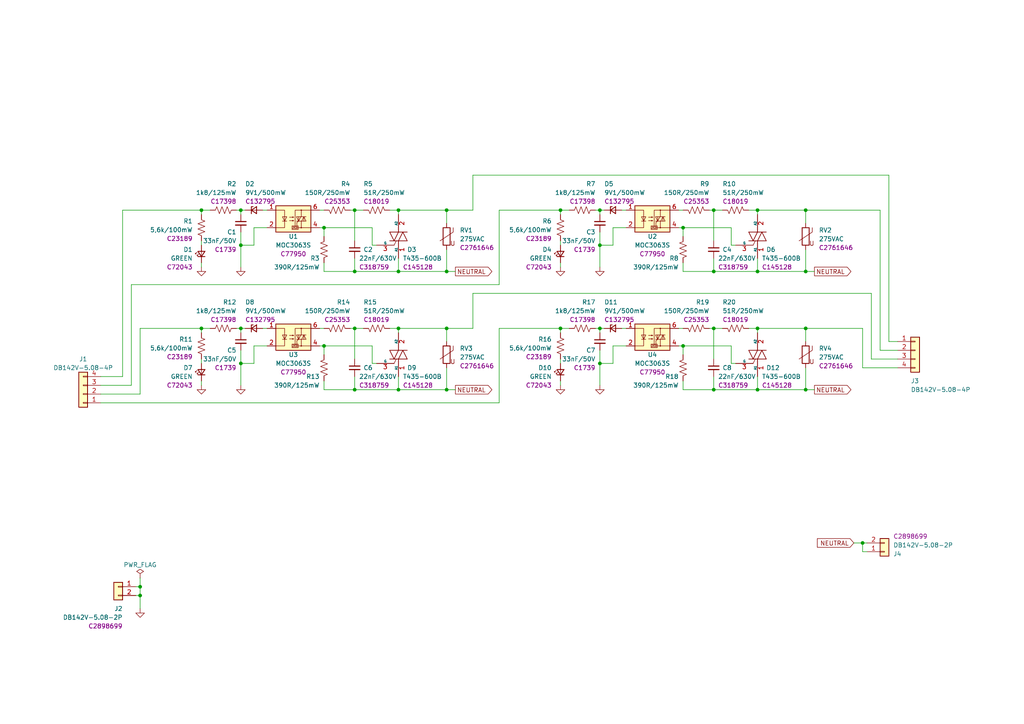
<source format=kicad_sch>
(kicad_sch (version 20230121) (generator eeschema)
  (paper "A4")
  (lib_symbols
    (symbol "Connector_Generic:Conn_01x02" (pin_names (offset 1.016) hide)
      (property "Reference" "J" (at 0 2.54 0))
      (property "Value" "Conn_01x02" (at 0 -5.08 0))
      (symbol "Conn_01x02_1_1"
        (rectangle (start -1.27 -2.413) (end 0 -2.667) (stroke (width 0.1524)))
        (rectangle (start -1.27 0.127) (end 0 -0.127) (stroke (width 0.1524)))
        (rectangle (start -1.27 1.27) (end 1.27 -3.81) (stroke (width 0.254)) (fill (type background)))
        (pin passive line (at -5.08 0 0) (length 3.81) (name "Pin_1") (number "1"))
        (pin passive line (at -5.08 -2.54 0) (length 3.81) (name "Pin_2") (number "2"))
      )
    )
    (symbol "Connector_Generic:Conn_01x04" (pin_names (offset 1.016) hide)
      (property "Reference" "J" (at 0 5.08 0))
      (property "Value" "Conn_01x04" (at 0 -7.62 0))
      (symbol "Conn_01x04_1_1"
        (rectangle (start -1.27 -4.953) (end 0 -5.207) (stroke (width 0.1524)))
        (rectangle (start -1.27 -2.413) (end 0 -2.667) (stroke (width 0.1524)))
        (rectangle (start -1.27 0.127) (end 0 -0.127) (stroke (width 0.1524)))
        (rectangle (start -1.27 2.667) (end 0 2.413) (stroke (width 0.1524)))
        (rectangle (start -1.27 3.81) (end 1.27 -6.35) (stroke (width 0.254)) (fill (type background)))
        (pin passive line (at -5.08 2.54 0) (length 3.81) (name "Pin_1") (number "1"))
        (pin passive line (at -5.08 0 0) (length 3.81) (name "Pin_2") (number "2"))
        (pin passive line (at -5.08 -2.54 0) (length 3.81) (name "Pin_3") (number "3"))
        (pin passive line (at -5.08 -5.08 0) (length 3.81) (name "Pin_4") (number "4"))
      )
    )
    (symbol "Device:C_Small" (pin_numbers hide) (pin_names (offset 0.254) hide)
      (property "Reference" "C" (at 0.254 1.778 0))
      (property "Value" "C_Small" (at 0.254 -2.032 0))
      (symbol "C_Small_0_1"
        (polyline (pts (xy -1.524 -0.508) (xy 1.524 -0.508)) (stroke (width 0.3302)))
        (polyline (pts (xy -1.524 0.508) (xy 1.524 0.508)) (stroke (width 0.3048)))
      )
      (symbol "C_Small_1_1"
        (pin passive line (at 0 2.54 270) (length 2.032) (name "~") (number "1"))
        (pin passive line (at 0 -2.54 90) (length 2.032) (name "~") (number "2"))
      )
    )
    (symbol "Device:D_Zener_Small" (pin_numbers hide) (pin_names (offset 0.254) hide)
      (property "Reference" "D" (at 0 2.286 0))
      (property "Value" "D_Zener_Small" (at 0 -2.286 0))
      (symbol "D_Zener_Small_0_1"
        (polyline (pts (xy 0.762 0) (xy -0.762 0)))
        (polyline (pts (xy -0.254 1.016) (xy -0.762 1.016) (xy -0.762 -1.016)) (stroke (width 0.254)))
        (polyline (pts (xy 0.762 1.016) (xy -0.762 0) (xy 0.762 -1.016) (xy 0.762 1.016)) (stroke (width 0.254)))
      )
      (symbol "D_Zener_Small_1_1"
        (pin passive line (at -2.54 0 0) (length 1.778) (name "K") (number "1"))
        (pin passive line (at 2.54 0 180) (length 1.778) (name "A") (number "2"))
      )
    )
    (symbol "Device:LED_Small" (pin_numbers hide) (pin_names (offset 0.254) hide)
      (property "Reference" "D" (at -1.27 3.175 0))
      (property "Value" "LED_Small" (at -4.445 -2.54 0))
      (symbol "LED_Small_0_1"
        (polyline (pts (xy -0.762 -1.016) (xy -0.762 1.016)) (stroke (width 0.254)))
        (polyline (pts (xy 1.016 0) (xy -0.762 0)))
        (polyline (pts (xy 0.762 -1.016) (xy -0.762 0) (xy 0.762 1.016) (xy 0.762 -1.016)) (stroke (width 0.254)))
        (polyline (pts (xy 0 0.762) (xy -0.508 1.27) (xy -0.254 1.27) (xy -0.508 1.27) (xy -0.508 1.016)))
        (polyline (pts (xy 0.508 1.27) (xy 0 1.778) (xy 0.254 1.778) (xy 0 1.778) (xy 0 1.524)))
      )
      (symbol "LED_Small_1_1"
        (pin passive line (at -2.54 0 0) (length 1.778) (name "K") (number "1"))
        (pin passive line (at 2.54 0 180) (length 1.778) (name "A") (number "2"))
      )
    )
    (symbol "Device:R_US" (pin_numbers hide) (pin_names (offset 0))
      (property "Reference" "R" (at 2.54 0 90))
      (property "Value" "R_US" (at -2.54 0 90))
      (symbol "R_US_0_1"
        (polyline (pts (xy 0 -2.286) (xy 0 -2.54)))
        (polyline (pts (xy 0 2.286) (xy 0 2.54)))
        (polyline (pts (xy 0 -0.762) (xy 1.016 -1.143) (xy 0 -1.524) (xy -1.016 -1.905) (xy 0 -2.286)))
        (polyline (pts (xy 0 0.762) (xy 1.016 0.381) (xy 0 0) (xy -1.016 -0.381) (xy 0 -0.762)))
        (polyline (pts (xy 0 2.286) (xy 1.016 1.905) (xy 0 1.524) (xy -1.016 1.143) (xy 0 0.762)))
      )
      (symbol "R_US_1_1"
        (pin passive line (at 0 3.81 270) (length 1.27) (name "~") (number "1"))
        (pin passive line (at 0 -3.81 90) (length 1.27) (name "~") (number "2"))
      )
    )
    (symbol "Device:Varistor" (pin_numbers hide) (pin_names (offset 0))
      (property "Reference" "RV" (at 3.175 0 90))
      (property "Value" "Varistor" (at -3.175 0 90))
      (symbol "Varistor_0_0"
        (text "U" (at -1.778 -2.032 0) (effects (font (size 1.27 1.27))))
      )
      (symbol "Varistor_0_1"
        (rectangle (start -1.016 -2.54) (end 1.016 2.54) (stroke (width 0.254)))
        (polyline (pts (xy -1.905 2.54) (xy -1.905 1.27) (xy 1.905 -1.27)))
      )
      (symbol "Varistor_1_1"
        (pin passive line (at 0 3.81 270) (length 1.27) (name "~") (number "1"))
        (pin passive line (at 0 -3.81 90) (length 1.27) (name "~") (number "2"))
      )
    )
    (symbol "Relay_SolidState:MOC3063M"
      (property "Reference" "U" (at -5.08 5.08 0))
      (property "Value" "MOC3063M" (at 0 5.08 0))
      (symbol "MOC3063M_0_0"
        (rectangle (start -0.381 -2.032) (end 1.397 -3.048))
        (polyline (pts (xy 2.286 -2.54) (xy 1.397 -2.54)))
        (polyline (pts (xy 1.524 -0.635) (xy 1.016 -1.016) (xy 1.016 -2.032)))
        (text "ZCD" (at 0.508 -2.54 0) (effects (font (size 0.508 0.508))))
      )
      (symbol "MOC3063M_0_1"
        (rectangle (start -5.08 3.81) (end 5.08 -3.81) (stroke (width 0.254)) (fill (type background)))
        (polyline (pts (xy -3.175 -0.635) (xy -1.905 -0.635)))
        (polyline (pts (xy 1.524 -0.635) (xy 1.524 0.635)))
        (polyline (pts (xy 3.048 0.635) (xy 3.048 -0.635)))
        (polyline (pts (xy 2.286 -0.635) (xy 2.286 -2.54) (xy 5.08 -2.54)))
        (polyline (pts (xy 2.286 0.635) (xy 2.286 2.54) (xy 5.08 2.54)))
        (polyline (pts (xy 2.286 2.54) (xy 0.508 2.54) (xy 0.508 -2.032)))
        (polyline (pts (xy -5.08 2.54) (xy -2.54 2.54) (xy -2.54 -2.54) (xy -5.08 -2.54)))
        (polyline (pts (xy -2.54 -0.635) (xy -3.175 0.635) (xy -1.905 0.635) (xy -2.54 -0.635)))
        (polyline (pts (xy 0.889 -0.635) (xy 3.683 -0.635) (xy 3.048 0.635) (xy 2.413 -0.635)))
        (polyline (pts (xy 3.683 0.635) (xy 0.889 0.635) (xy 1.524 -0.635) (xy 2.159 0.635)))
        (polyline (pts (xy -1.143 -0.508) (xy 0.127 -0.508) (xy -0.254 -0.635) (xy -0.254 -0.381) (xy 0.127 -0.508)))
        (polyline (pts (xy -1.143 0.508) (xy 0.127 0.508) (xy -0.254 0.381) (xy -0.254 0.635) (xy 0.127 0.508)))
        (circle (center 2.286 -2.54) (radius 0.127))
        (circle (center 2.286 2.54) (radius 0.127))
      )
      (symbol "MOC3063M_1_1"
        (pin passive line (at -7.62 2.54 0) (length 2.54) (name "~") (number "1"))
        (pin passive line (at -7.62 -2.54 0) (length 2.54) (name "~") (number "2"))
        (pin no_connect line (at -5.08 0 0) (length 2.54) hide (name "NC") (number "3"))
        (pin passive line (at 7.62 -2.54 180) (length 2.54) (name "~") (number "4"))
        (pin no_connect line (at 5.08 0 180) (length 2.54) hide (name "NC") (number "5"))
        (pin passive line (at 7.62 2.54 180) (length 2.54) (name "~") (number "6"))
      )
    )
    (symbol "Tales:T435-600B" (pin_names (offset 0))
      (property "Reference" "D" (at 3.175 0.635 0))
      (property "Value" "T435-600B" (at 3.175 -1.27 0))
      (symbol "T435-600B_0_1"
        (polyline (pts (xy -2.54 -1.27) (xy 2.54 -1.27)) (stroke (width 0.2032)))
        (polyline (pts (xy -2.54 1.27) (xy 2.54 1.27)) (stroke (width 0.2032)))
        (polyline (pts (xy -1.27 -2.54) (xy -0.635 -1.27)))
        (polyline (pts (xy -2.54 1.27) (xy -1.27 -1.27) (xy 0 1.27)) (stroke (width 0.2032)))
        (polyline (pts (xy 0 -1.27) (xy 1.27 1.27) (xy 2.54 -1.27)) (stroke (width 0.2032)))
      )
      (symbol "T435-600B_1_1"
        (pin passive line (at 0 -6.35 90) (length 5.08) (name "A1") (number "1"))
        (pin passive line (at 0 6.35 270) (length 5.08) (name "A2") (number "2"))
        (pin input line (at -6.35 -2.54 0) (length 5.08) (name "G") (number "3"))
      )
    )
    (symbol "power:GND" (power) (pin_names (offset 0))
      (property "Value" "GND" (at 0 -3.81 0))
      (symbol "GND_0_1"
        (polyline (pts (xy 0 0) (xy 0 -1.27) (xy 1.27 -1.27) (xy 0 -2.54) (xy -1.27 -1.27) (xy 0 -1.27)))
      )
      (symbol "GND_1_1"
        (pin power_in line (at 0 0 270) (length 0) hide (name "GND") (number "1"))
      )
    )
    (symbol "power:PWR_FLAG" (power) (pin_numbers hide) (pin_names (offset 0) hide)
      (property "Value" "PWR_FLAG" (at 0 3.81 0))
      (symbol "PWR_FLAG_0_0"
        (pin power_out line (at 0 0 90) (length 0) (name "pwr") (number "1"))
      )
      (symbol "PWR_FLAG_0_1"
        (polyline (pts (xy 0 0) (xy 0 1.27) (xy -1.016 1.905) (xy 0 2.54) (xy 1.016 1.905) (xy 0 1.27)))
      )
    )
  )
  (junction (at 69.85 105.41))
  (junction (at 115.57 113.03))
  (junction (at 58.42 60.96))
  (junction (at 207.01 95.25))
  (junction (at 207.01 78.74))
  (junction (at 198.12 100.33))
  (junction (at 233.68 95.25))
  (junction (at 93.98 100.33))
  (junction (at 219.71 95.25))
  (junction (at 207.01 113.03))
  (junction (at 233.68 60.96))
  (junction (at 173.99 95.25))
  (junction (at 102.87 60.96))
  (junction (at 219.71 78.74))
  (junction (at 69.85 60.96))
  (junction (at 102.87 95.25))
  (junction (at 162.56 95.25))
  (junction (at 173.99 71.12))
  (junction (at 198.12 66.04))
  (junction (at 129.54 113.03))
  (junction (at 129.54 95.25))
  (junction (at 40.64 172.72))
  (junction (at 162.56 60.96))
  (junction (at 129.54 78.74))
  (junction (at 40.64 170.18))
  (junction (at 207.01 60.96))
  (junction (at 115.57 78.74))
  (junction (at 129.54 60.96))
  (junction (at 219.71 113.03))
  (junction (at 250.19 157.48))
  (junction (at 58.42 95.25))
  (junction (at 115.57 95.25))
  (junction (at 69.85 95.25))
  (junction (at 115.57 60.96))
  (junction (at 102.87 78.74))
  (junction (at 93.98 66.04))
  (junction (at 173.99 105.41))
  (junction (at 233.68 113.03))
  (junction (at 102.87 113.03))
  (junction (at 219.71 60.96))
  (junction (at 233.68 78.74))
  (junction (at 69.85 71.12))
  (junction (at 173.99 60.96))
  (wire (pts (xy 93.98 66.04) (xy 93.98 68.58)))
  (wire (pts (xy 40.64 167.64) (xy 40.64 170.18)))
  (wire (pts (xy 129.54 95.25) (xy 137.16 95.25)))
  (wire (pts (xy 180.34 95.25) (xy 181.61 95.25)))
  (wire (pts (xy 38.1 111.76) (xy 38.1 82.55)))
  (wire (pts (xy 35.56 60.96) (xy 58.42 60.96)))
  (wire (pts (xy 115.57 95.25) (xy 129.54 95.25)))
  (wire (pts (xy 69.85 67.31) (xy 69.85 71.12)))
  (wire (pts (xy 129.54 95.25) (xy 129.54 99.06)))
  (wire (pts (xy 40.64 114.3) (xy 40.64 95.25)))
  (wire (pts (xy 102.87 95.25) (xy 102.87 104.14)))
  (wire (pts (xy 173.99 101.6) (xy 173.99 105.41)))
  (wire (pts (xy 137.16 60.96) (xy 137.16 50.8)))
  (wire (pts (xy 247.65 157.48) (xy 250.19 157.48)))
  (wire (pts (xy 107.95 71.12) (xy 107.95 66.04)))
  (wire (pts (xy 58.42 69.85) (xy 58.42 71.12)))
  (wire (pts (xy 207.01 60.96) (xy 209.55 60.96)))
  (wire (pts (xy 115.57 60.96) (xy 115.57 62.23)))
  (wire (pts (xy 162.56 60.96) (xy 162.56 62.23)))
  (wire (pts (xy 219.71 60.96) (xy 233.68 60.96)))
  (wire (pts (xy 76.2 95.25) (xy 77.47 95.25)))
  (wire (pts (xy 93.98 95.25) (xy 92.71 95.25)))
  (wire (pts (xy 233.68 78.74) (xy 236.22 78.74)))
  (wire (pts (xy 207.01 109.22) (xy 207.01 113.03)))
  (wire (pts (xy 115.57 74.93) (xy 115.57 78.74)))
  (wire (pts (xy 198.12 110.49) (xy 198.12 113.03)))
  (wire (pts (xy 233.68 60.96) (xy 255.27 60.96)))
  (wire (pts (xy 205.74 60.96) (xy 207.01 60.96)))
  (wire (pts (xy 102.87 74.93) (xy 102.87 78.74)))
  (wire (pts (xy 69.85 105.41) (xy 69.85 111.76)))
  (wire (pts (xy 173.99 60.96) (xy 175.26 60.96)))
  (wire (pts (xy 76.2 60.96) (xy 77.47 60.96)))
  (wire (pts (xy 198.12 78.74) (xy 207.01 78.74)))
  (wire (pts (xy 40.64 172.72) (xy 40.64 176.53)))
  (wire (pts (xy 177.8 66.04) (xy 177.8 71.12)))
  (wire (pts (xy 173.99 96.52) (xy 173.99 95.25)))
  (wire (pts (xy 69.85 62.23) (xy 69.85 60.96)))
  (wire (pts (xy 40.64 170.18) (xy 40.64 172.72)))
  (wire (pts (xy 58.42 104.14) (xy 58.42 105.41)))
  (wire (pts (xy 35.56 109.22) (xy 35.56 60.96)))
  (wire (pts (xy 172.72 60.96) (xy 173.99 60.96)))
  (wire (pts (xy 39.37 172.72) (xy 40.64 172.72)))
  (wire (pts (xy 198.12 66.04) (xy 198.12 68.58)))
  (wire (pts (xy 92.71 100.33) (xy 93.98 100.33)))
  (wire (pts (xy 196.85 66.04) (xy 198.12 66.04)))
  (wire (pts (xy 162.56 104.14) (xy 162.56 105.41)))
  (wire (pts (xy 219.71 78.74) (xy 233.68 78.74)))
  (wire (pts (xy 255.27 101.6) (xy 260.35 101.6)))
  (wire (pts (xy 29.21 109.22) (xy 35.56 109.22)))
  (wire (pts (xy 69.85 105.41) (xy 73.66 105.41)))
  (wire (pts (xy 69.85 96.52) (xy 69.85 95.25)))
  (wire (pts (xy 219.71 95.25) (xy 219.71 96.52)))
  (wire (pts (xy 162.56 60.96) (xy 165.1 60.96)))
  (wire (pts (xy 217.17 95.25) (xy 219.71 95.25)))
  (wire (pts (xy 173.99 105.41) (xy 173.99 111.76)))
  (wire (pts (xy 233.68 113.03) (xy 236.22 113.03)))
  (wire (pts (xy 252.73 85.09) (xy 252.73 104.14)))
  (wire (pts (xy 129.54 72.39) (xy 129.54 78.74)))
  (wire (pts (xy 115.57 109.22) (xy 115.57 113.03)))
  (wire (pts (xy 162.56 110.49) (xy 162.56 111.76)))
  (wire (pts (xy 177.8 100.33) (xy 177.8 105.41)))
  (wire (pts (xy 101.6 95.25) (xy 102.87 95.25)))
  (wire (pts (xy 212.09 71.12) (xy 212.09 66.04)))
  (wire (pts (xy 144.78 60.96) (xy 162.56 60.96)))
  (wire (pts (xy 198.12 100.33) (xy 212.09 100.33)))
  (wire (pts (xy 217.17 60.96) (xy 219.71 60.96)))
  (wire (pts (xy 38.1 82.55) (xy 144.78 82.55)))
  (wire (pts (xy 69.85 71.12) (xy 69.85 77.47)))
  (wire (pts (xy 173.99 95.25) (xy 175.26 95.25)))
  (wire (pts (xy 109.22 105.41) (xy 107.95 105.41)))
  (wire (pts (xy 93.98 60.96) (xy 92.71 60.96)))
  (wire (pts (xy 115.57 95.25) (xy 115.57 96.52)))
  (wire (pts (xy 207.01 113.03) (xy 219.71 113.03)))
  (wire (pts (xy 251.46 160.02) (xy 250.19 160.02)))
  (wire (pts (xy 252.73 104.14) (xy 260.35 104.14)))
  (wire (pts (xy 69.85 71.12) (xy 73.66 71.12)))
  (wire (pts (xy 198.12 76.2) (xy 198.12 78.74)))
  (wire (pts (xy 144.78 82.55) (xy 144.78 60.96)))
  (wire (pts (xy 233.68 60.96) (xy 233.68 64.77)))
  (wire (pts (xy 93.98 100.33) (xy 107.95 100.33)))
  (wire (pts (xy 58.42 76.2) (xy 58.42 77.47)))
  (wire (pts (xy 212.09 105.41) (xy 212.09 100.33)))
  (wire (pts (xy 73.66 100.33) (xy 73.66 105.41)))
  (wire (pts (xy 219.71 113.03) (xy 233.68 113.03)))
  (wire (pts (xy 144.78 116.84) (xy 144.78 95.25)))
  (wire (pts (xy 205.74 95.25) (xy 207.01 95.25)))
  (wire (pts (xy 198.12 100.33) (xy 198.12 102.87)))
  (wire (pts (xy 177.8 66.04) (xy 181.61 66.04)))
  (wire (pts (xy 219.71 109.22) (xy 219.71 113.03)))
  (wire (pts (xy 29.21 111.76) (xy 38.1 111.76)))
  (wire (pts (xy 58.42 95.25) (xy 60.96 95.25)))
  (wire (pts (xy 219.71 60.96) (xy 219.71 62.23)))
  (wire (pts (xy 102.87 60.96) (xy 105.41 60.96)))
  (wire (pts (xy 198.12 95.25) (xy 196.85 95.25)))
  (wire (pts (xy 39.37 170.18) (xy 40.64 170.18)))
  (wire (pts (xy 107.95 105.41) (xy 107.95 100.33)))
  (wire (pts (xy 250.19 160.02) (xy 250.19 157.48)))
  (wire (pts (xy 207.01 95.25) (xy 209.55 95.25)))
  (wire (pts (xy 162.56 76.2) (xy 162.56 77.47)))
  (wire (pts (xy 162.56 95.25) (xy 162.56 96.52)))
  (wire (pts (xy 250.19 157.48) (xy 251.46 157.48)))
  (wire (pts (xy 173.99 62.23) (xy 173.99 60.96)))
  (wire (pts (xy 207.01 78.74) (xy 219.71 78.74)))
  (wire (pts (xy 173.99 105.41) (xy 177.8 105.41)))
  (wire (pts (xy 58.42 60.96) (xy 60.96 60.96)))
  (wire (pts (xy 177.8 100.33) (xy 181.61 100.33)))
  (wire (pts (xy 73.66 66.04) (xy 73.66 71.12)))
  (wire (pts (xy 207.01 60.96) (xy 207.01 69.85)))
  (wire (pts (xy 69.85 95.25) (xy 71.12 95.25)))
  (wire (pts (xy 58.42 60.96) (xy 58.42 62.23)))
  (wire (pts (xy 233.68 95.25) (xy 233.68 99.06)))
  (wire (pts (xy 68.58 95.25) (xy 69.85 95.25)))
  (wire (pts (xy 58.42 110.49) (xy 58.42 111.76)))
  (wire (pts (xy 129.54 78.74) (xy 132.08 78.74)))
  (wire (pts (xy 115.57 60.96) (xy 129.54 60.96)))
  (wire (pts (xy 207.01 74.93) (xy 207.01 78.74)))
  (wire (pts (xy 102.87 113.03) (xy 115.57 113.03)))
  (wire (pts (xy 101.6 60.96) (xy 102.87 60.96)))
  (wire (pts (xy 250.19 95.25) (xy 250.19 106.68)))
  (wire (pts (xy 173.99 71.12) (xy 173.99 77.47)))
  (wire (pts (xy 102.87 78.74) (xy 115.57 78.74)))
  (wire (pts (xy 40.64 95.25) (xy 58.42 95.25)))
  (wire (pts (xy 69.85 60.96) (xy 71.12 60.96)))
  (wire (pts (xy 113.03 60.96) (xy 115.57 60.96)))
  (wire (pts (xy 255.27 60.96) (xy 255.27 101.6)))
  (wire (pts (xy 102.87 95.25) (xy 105.41 95.25)))
  (wire (pts (xy 129.54 106.68) (xy 129.54 113.03)))
  (wire (pts (xy 233.68 72.39) (xy 233.68 78.74)))
  (wire (pts (xy 109.22 71.12) (xy 107.95 71.12)))
  (wire (pts (xy 29.21 116.84) (xy 144.78 116.84)))
  (wire (pts (xy 113.03 95.25) (xy 115.57 95.25)))
  (wire (pts (xy 213.36 71.12) (xy 212.09 71.12)))
  (wire (pts (xy 129.54 60.96) (xy 137.16 60.96)))
  (wire (pts (xy 69.85 101.6) (xy 69.85 105.41)))
  (wire (pts (xy 257.81 50.8) (xy 257.81 99.06)))
  (wire (pts (xy 198.12 60.96) (xy 196.85 60.96)))
  (wire (pts (xy 198.12 113.03) (xy 207.01 113.03)))
  (wire (pts (xy 73.66 100.33) (xy 77.47 100.33)))
  (wire (pts (xy 92.71 66.04) (xy 93.98 66.04)))
  (wire (pts (xy 213.36 105.41) (xy 212.09 105.41)))
  (wire (pts (xy 198.12 66.04) (xy 212.09 66.04)))
  (wire (pts (xy 129.54 60.96) (xy 129.54 64.77)))
  (wire (pts (xy 68.58 60.96) (xy 69.85 60.96)))
  (wire (pts (xy 93.98 110.49) (xy 93.98 113.03)))
  (wire (pts (xy 219.71 74.93) (xy 219.71 78.74)))
  (wire (pts (xy 115.57 78.74) (xy 129.54 78.74)))
  (wire (pts (xy 219.71 95.25) (xy 233.68 95.25)))
  (wire (pts (xy 172.72 95.25) (xy 173.99 95.25)))
  (wire (pts (xy 93.98 113.03) (xy 102.87 113.03)))
  (wire (pts (xy 93.98 76.2) (xy 93.98 78.74)))
  (wire (pts (xy 73.66 66.04) (xy 77.47 66.04)))
  (wire (pts (xy 115.57 113.03) (xy 129.54 113.03)))
  (wire (pts (xy 173.99 67.31) (xy 173.99 71.12)))
  (wire (pts (xy 233.68 95.25) (xy 250.19 95.25)))
  (wire (pts (xy 162.56 95.25) (xy 165.1 95.25)))
  (wire (pts (xy 162.56 69.85) (xy 162.56 71.12)))
  (wire (pts (xy 58.42 95.25) (xy 58.42 96.52)))
  (wire (pts (xy 93.98 78.74) (xy 102.87 78.74)))
  (wire (pts (xy 93.98 100.33) (xy 93.98 102.87)))
  (wire (pts (xy 137.16 95.25) (xy 137.16 85.09)))
  (wire (pts (xy 102.87 60.96) (xy 102.87 69.85)))
  (wire (pts (xy 196.85 100.33) (xy 198.12 100.33)))
  (wire (pts (xy 233.68 106.68) (xy 233.68 113.03)))
  (wire (pts (xy 250.19 106.68) (xy 260.35 106.68)))
  (wire (pts (xy 137.16 50.8) (xy 257.81 50.8)))
  (wire (pts (xy 93.98 66.04) (xy 107.95 66.04)))
  (wire (pts (xy 257.81 99.06) (xy 260.35 99.06)))
  (wire (pts (xy 137.16 85.09) (xy 252.73 85.09)))
  (wire (pts (xy 173.99 71.12) (xy 177.8 71.12)))
  (wire (pts (xy 29.21 114.3) (xy 40.64 114.3)))
  (wire (pts (xy 144.78 95.25) (xy 162.56 95.25)))
  (wire (pts (xy 129.54 113.03) (xy 132.08 113.03)))
  (wire (pts (xy 102.87 109.22) (xy 102.87 113.03)))
  (wire (pts (xy 180.34 60.96) (xy 181.61 60.96)))
  (wire (pts (xy 207.01 95.25) (xy 207.01 104.14)))
  (global_label "NEUTRAL" (shape output) (at 132.08 78.74 0) (property "Intersheetrefs" "${INTERSHEET_REFS}" (effects hide)))
  (global_label "NEUTRAL" (shape output) (at 236.22 78.74 0) (property "Intersheetrefs" "${INTERSHEET_REFS}" (effects hide)))
  (global_label "NEUTRAL" (shape input) (at 247.65 157.48 180) (property "Intersheetrefs" "${INTERSHEET_REFS}" (effects hide)))
  (global_label "NEUTRAL" (shape output) (at 132.08 113.03 0) (property "Intersheetrefs" "${INTERSHEET_REFS}" (effects hide)))
  (global_label "NEUTRAL" (shape output) (at 236.22 113.03 0) (property "Intersheetrefs" "${INTERSHEET_REFS}" (effects hide)))
  (symbol (lib_id "Device:LED_Small") (at 162.56 107.95 90) (unit 1)
    (property "Reference" "D10" (at 160.02 106.68 90) (effects (justify left)))
    (property "Value" "GREEN" (at 160.02 109.22 90) (effects (justify left)))
    (property "Footprint" "Tales:LED_0603_1608Metric" (effects hide))
    (property "Mfr" "Everlight" (effects hide))
    (property "Technology" "InGaN" (effects hide))
    (property "Vendor" "JLCPCB" (effects hide))
    (property "LCSC Part #" "C72043" (at 160.02 111.76 90) (effects (justify left)))
    (property "JLCPCB BOM" "1" (effects hide))
    (property "Vendor Part #" "C72043" (effects hide))
    (property "Package" "0603" (effects hide))
    (property "Mfr Part #" "19-217/GHC-YR1S2/3T" (effects hide))
  )
  (symbol (lib_id "Device:Varistor") (at 233.68 102.87 0) (mirror y) (unit 1)
    (property "Reference" "RV4" (at 237.49 101.0642 0) (effects (justify right)))
    (property "Value" "275VAC" (at 237.49 103.6042 0) (effects (justify right)))
    (property "Footprint" "Tales:RV_Disc_D9.50mm_W3.6mm_P5.08mm" (effects hide))
    (property "JLCPCB BOM" "1" (effects hide))
    (property "LCSC Part #" "C2761646" (at 237.49 106.1442 0) (effects (justify right)))
    (property "Mfr" "Dersonic" (effects hide))
    (property "Mfr Part #" "RM07D431KC1IE100" (effects hide))
    (property "Technology" "MOV" (effects hide))
    (property "Vendor" "JLCPCB" (effects hide))
    (property "Vendor Part #" "C2761646" (effects hide))
    (property "Package" "12x7.5mm" (effects hide))
  )
  (symbol (lib_id "Device:R_US") (at 198.12 72.39 0) (mirror y) (unit 1)
    (property "Reference" "R8" (at 196.85 74.93 0) (effects (justify left)))
    (property "Value" "390R/125mW" (at 196.85 77.47 0) (effects (justify left)))
    (property "Footprint" "Tales:R_0805_2012Metric" (effects hide))
    (property "JLCPCB BOM" "1" (effects hide))
    (property "LCSC Part #" "C17655" (effects hide))
    (property "Mfr" "UNI-ROYAL(Uniroyal Elec)" (effects hide))
    (property "Mfr Part #" "0805W8F3900T5E" (effects hide))
    (property "Technology" "Thick Film" (effects hide))
    (property "Vendor" "JLCPCB" (effects hide))
    (property "Vendor Part #" "C17655" (effects hide))
    (property "Package" "0805/2012" (effects hide))
  )
  (symbol (lib_id "Device:R_US") (at 97.79 95.25 270) (mirror x) (unit 1)
    (property "Reference" "R14" (at 101.6 87.63 90) (effects (justify right)))
    (property "Value" "150R/250mW" (at 101.6 90.17 90) (effects (justify right)))
    (property "Footprint" "Tales:R_1206_3216Metric" (effects hide))
    (property "JLCPCB BOM" "1" (effects hide))
    (property "LCSC Part #" "C25353" (at 101.6 92.71 90) (effects (justify right)))
    (property "Mfr" "UNI-ROYAL(Uniroyal Elec)" (effects hide))
    (property "Mfr Part #" "1206W4J0151T5E" (effects hide))
    (property "Technology" "Thick Film" (effects hide))
    (property "Vendor" "JLCPCB" (effects hide))
    (property "Vendor Part #" "C25353" (effects hide))
    (property "Package" "1206/3216" (effects hide))
  )
  (symbol (lib_id "Tales:T435-600B") (at 115.57 68.58 0) (unit 1)
    (property "Reference" "D3" (at 118.11 72.39 0) (effects (justify left)))
    (property "Value" "T435-600B" (at 116.84 74.93 0) (effects (justify left)))
    (property "Footprint" "Tales:TO-252-2" (effects hide))
    (property "JLCPCB BOM" "1" (effects hide))
    (property "LCSC Part #" "C145128" (at 116.84 77.47 0) (effects (justify left)))
    (property "Mfr" "STMicroelectronics" (effects hide))
    (property "Mfr Part #" "T435-600B-TR" (effects hide))
    (property "Technology" "Snubberless" (effects hide))
    (property "Vendor" "JLCPCB" (effects hide))
    (property "Vendor Part #" "C145128" (effects hide))
    (property "Package" "TO-252-2(DPAK)" (effects hide))
  )
  (symbol (lib_id "power:GND") (at 69.85 77.47 0) (unit 1)
    (property "Reference" "#PWR03" (effects hide))
    (property "Value" "GNDREF" (effects hide))
  )
  (symbol (lib_id "Connector_Generic:Conn_01x02") (at 256.54 160.02 0) (mirror x) (unit 1)
    (property "Reference" "J4" (at 259.08 160.655 0) (effects (justify left)))
    (property "Value" "DB142V-5.08-2P" (at 259.08 158.115 0) (effects (justify left)))
    (property "Footprint" "Tales:TerminalBlock_Dibo_DB142V-5.08-2P_1x02_P5.08mm_Vertical" (effects hide))
    (property "JLCPCB BOM" "1" (effects hide))
    (property "LCSC Part #" "C2898699" (at 259.08 155.575 0) (effects (justify left)))
    (property "Mfr" "DIBO" (effects hide))
    (property "Mfr Part #" "DB142V-5.08-2P" (effects hide))
    (property "Vendor" "JLCPCB" (effects hide))
    (property "Vendor Part #" "C2898699" (effects hide))
    (property "Technology" "Spring Cage" (effects hide))
    (property "Package" "01x08 P5.08" (effects hide))
  )
  (symbol (lib_id "Device:LED_Small") (at 58.42 107.95 90) (unit 1)
    (property "Reference" "D7" (at 55.88 106.68 90) (effects (justify left)))
    (property "Value" "GREEN" (at 55.88 109.22 90) (effects (justify left)))
    (property "Footprint" "Tales:LED_0603_1608Metric" (effects hide))
    (property "Mfr" "Everlight" (effects hide))
    (property "Technology" "InGaN" (effects hide))
    (property "Vendor" "JLCPCB" (effects hide))
    (property "LCSC Part #" "C72043" (at 55.88 111.76 90) (effects (justify left)))
    (property "JLCPCB BOM" "1" (effects hide))
    (property "Vendor Part #" "C72043" (effects hide))
    (property "Package" "0603" (effects hide))
    (property "Mfr Part #" "19-217/GHC-YR1S2/3T" (effects hide))
  )
  (symbol (lib_id "Device:R_US") (at 109.22 95.25 270) (mirror x) (unit 1)
    (property "Reference" "R15" (at 105.41 87.63 90) (effects (justify left)))
    (property "Value" "51R/250mW" (at 105.41 90.17 90) (effects (justify left)))
    (property "Footprint" "Tales:R_1206_3216Metric" (effects hide))
    (property "JLCPCB BOM" "1" (effects hide))
    (property "LCSC Part #" "C18019" (at 105.41 92.71 90) (effects (justify left)))
    (property "Mfr" "UNI-ROYAL(Uniroyal Elec)" (effects hide))
    (property "Mfr Part #" "1206W4F510JT5E" (effects hide))
    (property "Technology" "Thick Film" (effects hide))
    (property "Vendor" "JLCPCB" (effects hide))
    (property "Vendor Part #" "C18019" (effects hide))
    (property "Package" "1206/3216" (effects hide))
  )
  (symbol (lib_id "Device:C_Small") (at 69.85 99.06 0) (unit 1)
    (property "Reference" "C5" (at 68.58 101.6 0) (effects (justify right)))
    (property "Value" "33nF/50V" (at 68.58 104.14 0) (effects (justify right)))
    (property "Footprint" "Tales:C_0805_2012Metric" (effects hide))
    (property "Technology" "Ceramic" (effects hide))
    (property "Mfr" "FH" (effects hide))
    (property "Vendor" "JLCPCB" (effects hide))
    (property "LCSC Part #" "C1739" (at 68.58 106.68 0) (effects (justify right)))
    (property "JLCPCB BOM" "1" (effects hide))
    (property "Vendor Part #" "C1739" (effects hide))
    (property "Package" "0805/2012" (effects hide))
  )
  (symbol (lib_id "Device:C_Small") (at 207.01 106.68 0) (mirror y) (unit 1)
    (property "Reference" "C8" (at 209.55 106.68 0) (effects (justify right)))
    (property "Value" "22nF/630V" (at 208.28 109.22 0) (effects (justify right)))
    (property "Footprint" "Tales:C_1206_3216Metric" (effects hide))
    (property "JLCPCB BOM" "1" (effects hide))
    (property "LCSC Part #" "C318759" (at 208.28 111.76 0) (effects (justify right)))
    (property "Mfr" "Samsung Electro-Mechanics" (effects hide))
    (property "Mfr Part #" "CL31B223KHHNNNE" (effects hide))
    (property "Technology" "X7R" (effects hide))
    (property "Vendor" "JLCPCB" (effects hide))
    (property "Vendor Part #" "C318759" (effects hide))
    (property "Package" "1206" (effects hide))
  )
  (symbol (lib_id "Tales:T435-600B") (at 115.57 102.87 0) (unit 1)
    (property "Reference" "D9" (at 118.11 106.68 0) (effects (justify left)))
    (property "Value" "T435-600B" (at 116.84 109.22 0) (effects (justify left)))
    (property "Footprint" "Tales:TO-252-2" (effects hide))
    (property "JLCPCB BOM" "1" (effects hide))
    (property "LCSC Part #" "C145128" (at 116.84 111.76 0) (effects (justify left)))
    (property "Mfr" "STMicroelectronics" (effects hide))
    (property "Mfr Part #" "T435-600B-TR" (effects hide))
    (property "Technology" "Snubberless" (effects hide))
    (property "Vendor" "JLCPCB" (effects hide))
    (property "Vendor Part #" "C145128" (effects hide))
    (property "Package" "TO-252-2(DPAK)" (effects hide))
  )
  (symbol (lib_id "power:PWR_FLAG") (at 40.64 167.64 0) (unit 1)
    (property "Reference" "#FLG01" (effects hide))
    (property "Value" "PWR_FLAG" (at 40.64 163.83 0))
  )
  (symbol (lib_id "Device:R_US") (at 58.42 66.04 0) (unit 1)
    (property "Reference" "R1" (at 55.88 64.135 0) (effects (justify right)))
    (property "Value" "5,6k/100mW" (at 55.88 66.675 0) (effects (justify right)))
    (property "Footprint" "Tales:R_0603_1608Metric" (effects hide))
    (property "Mfr" "UNI-ROYAL(Uniroyal Elec)" (effects hide))
    (property "Vendor" "JLCPCB" (effects hide))
    (property "Technology" "Thick Film" (effects hide))
    (property "LCSC Part #" "C23189" (at 55.88 69.215 0) (effects (justify right)))
    (property "JLCPCB BOM" "1" (effects hide))
    (property "Vendor Part #" "C23189" (effects hide))
    (property "Package" "0603/1608" (effects hide))
    (property "Mfr Part #" "0603WAF5601T5E" (effects hide))
  )
  (symbol (lib_id "Device:R_US") (at 162.56 100.33 0) (unit 1)
    (property "Reference" "R16" (at 160.02 98.425 0) (effects (justify right)))
    (property "Value" "5,6k/100mW" (at 160.02 100.965 0) (effects (justify right)))
    (property "Footprint" "Tales:R_0603_1608Metric" (effects hide))
    (property "Mfr" "UNI-ROYAL(Uniroyal Elec)" (effects hide))
    (property "Vendor" "JLCPCB" (effects hide))
    (property "Technology" "Thick Film" (effects hide))
    (property "LCSC Part #" "C23189" (at 160.02 103.505 0) (effects (justify right)))
    (property "JLCPCB BOM" "1" (effects hide))
    (property "Vendor Part #" "C23189" (effects hide))
    (property "Package" "0603/1608" (effects hide))
    (property "Mfr Part #" "0603WAF5601T5E" (effects hide))
  )
  (symbol (lib_id "Device:R_US") (at 201.93 60.96 270) (mirror x) (unit 1)
    (property "Reference" "R9" (at 205.74 53.34 90) (effects (justify right)))
    (property "Value" "150R/250mW" (at 205.74 55.88 90) (effects (justify right)))
    (property "Footprint" "Tales:R_1206_3216Metric" (effects hide))
    (property "JLCPCB BOM" "1" (effects hide))
    (property "LCSC Part #" "C25353" (at 205.74 58.42 90) (effects (justify right)))
    (property "Mfr" "UNI-ROYAL(Uniroyal Elec)" (effects hide))
    (property "Mfr Part #" "1206W4J0151T5E" (effects hide))
    (property "Technology" "Thick Film" (effects hide))
    (property "Vendor" "JLCPCB" (effects hide))
    (property "Vendor Part #" "C25353" (effects hide))
    (property "Package" "1206/3216" (effects hide))
  )
  (symbol (lib_id "Device:R_US") (at 97.79 60.96 270) (mirror x) (unit 1)
    (property "Reference" "R4" (at 101.6 53.34 90) (effects (justify right)))
    (property "Value" "150R/250mW" (at 101.6 55.88 90) (effects (justify right)))
    (property "Footprint" "Tales:R_1206_3216Metric" (effects hide))
    (property "JLCPCB BOM" "1" (effects hide))
    (property "LCSC Part #" "C25353" (at 101.6 58.42 90) (effects (justify right)))
    (property "Mfr" "UNI-ROYAL(Uniroyal Elec)" (effects hide))
    (property "Mfr Part #" "1206W4J0151T5E" (effects hide))
    (property "Technology" "Thick Film" (effects hide))
    (property "Vendor" "JLCPCB" (effects hide))
    (property "Vendor Part #" "C25353" (effects hide))
    (property "Package" "1206/3216" (effects hide))
  )
  (symbol (lib_id "power:GND") (at 162.56 77.47 0) (unit 1)
    (property "Reference" "#PWR04" (effects hide))
    (property "Value" "GNDREF" (effects hide))
  )
  (symbol (lib_id "power:GND") (at 173.99 111.76 0) (unit 1)
    (property "Reference" "#PWR09" (effects hide))
    (property "Value" "GNDREF" (effects hide))
  )
  (symbol (lib_id "Device:R_US") (at 64.77 95.25 270) (unit 1)
    (property "Reference" "R12" (at 68.58 87.63 90) (effects (justify right)))
    (property "Value" "1k8/125mW" (at 68.58 90.17 90) (effects (justify right)))
    (property "Footprint" "Tales:R_0805_2012Metric" (effects hide))
    (property "Mfr" "UNI-ROYAL(Uniroyal Elec)" (effects hide))
    (property "Vendor" "JLCPCB" (effects hide))
    (property "Technology" "Thick Film" (effects hide))
    (property "LCSC Part #" "C17398" (at 68.58 92.71 90) (effects (justify right)))
    (property "JLCPCB BOM" "1" (effects hide))
    (property "Vendor Part #" "C17398" (effects hide))
    (property "Package" "0805/2012" (effects hide))
    (property "Mfr Part #" "0805W8F1801T5E" (effects hide))
  )
  (symbol (lib_id "Device:R_US") (at 58.42 100.33 0) (unit 1)
    (property "Reference" "R11" (at 55.88 98.425 0) (effects (justify right)))
    (property "Value" "5,6k/100mW" (at 55.88 100.965 0) (effects (justify right)))
    (property "Footprint" "Tales:R_0603_1608Metric" (effects hide))
    (property "Mfr" "UNI-ROYAL(Uniroyal Elec)" (effects hide))
    (property "Vendor" "JLCPCB" (effects hide))
    (property "Technology" "Thick Film" (effects hide))
    (property "LCSC Part #" "C23189" (at 55.88 103.505 0) (effects (justify right)))
    (property "JLCPCB BOM" "1" (effects hide))
    (property "Vendor Part #" "C23189" (effects hide))
    (property "Package" "0603/1608" (effects hide))
    (property "Mfr Part #" "0603WAF5601T5E" (effects hide))
  )
  (symbol (lib_id "Device:C_Small") (at 102.87 106.68 0) (mirror y) (unit 1)
    (property "Reference" "C6" (at 105.41 106.68 0) (effects (justify right)))
    (property "Value" "22nF/630V" (at 104.14 109.22 0) (effects (justify right)))
    (property "Footprint" "Tales:C_1206_3216Metric" (effects hide))
    (property "JLCPCB BOM" "1" (effects hide))
    (property "LCSC Part #" "C318759" (at 104.14 111.76 0) (effects (justify right)))
    (property "Mfr" "Samsung Electro-Mechanics" (effects hide))
    (property "Mfr Part #" "CL31B223KHHNNNE" (effects hide))
    (property "Technology" "X7R" (effects hide))
    (property "Vendor" "JLCPCB" (effects hide))
    (property "Vendor Part #" "C318759" (effects hide))
    (property "Package" "1206" (effects hide))
  )
  (symbol (lib_id "Device:D_Zener_Small") (at 73.66 60.96 0) (unit 1)
    (property "Reference" "D2" (at 71.12 53.34 0) (effects (justify left)))
    (property "Value" "9V1/500mW" (at 71.12 55.88 0) (effects (justify left)))
    (property "Footprint" "Tales:D_SOD-123" (effects hide))
    (property "Mfr" "onsemi" (effects hide))
    (property "Technology" "Zener" (effects hide))
    (property "Vendor" "JLCPCB" (effects hide))
    (property "JLCPCB BOM" "1" (effects hide))
    (property "LCSC Part #" "C132795" (at 71.12 58.42 0) (effects (justify left)))
    (property "Vendor Part #" "C132795" (effects hide))
    (property "Package" "SOD-123" (effects hide))
    (property "Mfr Part #" "MMSZ9V1T1G" (effects hide))
  )
  (symbol (lib_id "Device:Varistor") (at 129.54 68.58 0) (mirror y) (unit 1)
    (property "Reference" "RV1" (at 133.35 66.7742 0) (effects (justify right)))
    (property "Value" "275VAC" (at 133.35 69.3142 0) (effects (justify right)))
    (property "Footprint" "Tales:RV_Disc_D9.50mm_W3.6mm_P5.08mm" (effects hide))
    (property "JLCPCB BOM" "1" (effects hide))
    (property "LCSC Part #" "C2761646" (at 133.35 71.8542 0) (effects (justify right)))
    (property "Mfr" "Dersonic" (effects hide))
    (property "Mfr Part #" "RM07D431KC1IE100" (effects hide))
    (property "Technology" "MOV" (effects hide))
    (property "Vendor" "JLCPCB" (effects hide))
    (property "Vendor Part #" "C2761646" (effects hide))
    (property "Package" "12x7.5mm" (effects hide))
  )
  (symbol (lib_id "Device:C_Small") (at 173.99 99.06 0) (unit 1)
    (property "Reference" "C7" (at 172.72 101.6 0) (effects (justify right)))
    (property "Value" "33nF/50V" (at 172.72 104.14 0) (effects (justify right)))
    (property "Footprint" "Tales:C_0805_2012Metric" (effects hide))
    (property "Technology" "Ceramic" (effects hide))
    (property "Mfr" "FH" (effects hide))
    (property "Vendor" "JLCPCB" (effects hide))
    (property "LCSC Part #" "C1739" (at 172.72 106.68 0) (effects (justify right)))
    (property "JLCPCB BOM" "1" (effects hide))
    (property "Vendor Part #" "C1739" (effects hide))
    (property "Package" "0805/2012" (effects hide))
  )
  (symbol (lib_id "Connector_Generic:Conn_01x04") (at 265.43 101.6 0) (unit 1)
    (property "Reference" "J3" (at 264.16 110.49 0) (effects (justify left)))
    (property "Value" "DB142V-5.08-4P" (at 264.16 113.03 0) (effects (justify left)))
    (property "Footprint" "Tales:TerminalBlock_Dibo_DB142V-5.08-4P_1x04_P5.08mm_Vertical" (effects hide))
  )
  (symbol (lib_id "power:GND") (at 69.85 111.76 0) (unit 1)
    (property "Reference" "#PWR07" (effects hide))
    (property "Value" "GNDREF" (effects hide))
  )
  (symbol (lib_id "Tales:T435-600B") (at 219.71 102.87 0) (unit 1)
    (property "Reference" "D12" (at 222.25 106.68 0) (effects (justify left)))
    (property "Value" "T435-600B" (at 220.98 109.22 0) (effects (justify left)))
    (property "Footprint" "Tales:TO-252-2" (effects hide))
    (property "JLCPCB BOM" "1" (effects hide))
    (property "LCSC Part #" "C145128" (at 220.98 111.76 0) (effects (justify left)))
    (property "Mfr" "STMicroelectronics" (effects hide))
    (property "Mfr Part #" "T435-600B-TR" (effects hide))
    (property "Technology" "Snubberless" (effects hide))
    (property "Vendor" "JLCPCB" (effects hide))
    (property "Vendor Part #" "C145128" (effects hide))
    (property "Package" "TO-252-2(DPAK)" (effects hide))
  )
  (symbol (lib_id "Device:R_US") (at 213.36 60.96 270) (mirror x) (unit 1)
    (property "Reference" "R10" (at 209.55 53.34 90) (effects (justify left)))
    (property "Value" "51R/250mW" (at 209.55 55.88 90) (effects (justify left)))
    (property "Footprint" "Tales:R_1206_3216Metric" (effects hide))
    (property "JLCPCB BOM" "1" (effects hide))
    (property "LCSC Part #" "C18019" (at 209.55 58.42 90) (effects (justify left)))
    (property "Mfr" "UNI-ROYAL(Uniroyal Elec)" (effects hide))
    (property "Mfr Part #" "1206W4F510JT5E" (effects hide))
    (property "Technology" "Thick Film" (effects hide))
    (property "Vendor" "JLCPCB" (effects hide))
    (property "Vendor Part #" "C18019" (effects hide))
    (property "Package" "1206/3216" (effects hide))
  )
  (symbol (lib_id "Device:D_Zener_Small") (at 73.66 95.25 0) (unit 1)
    (property "Reference" "D8" (at 71.12 87.63 0) (effects (justify left)))
    (property "Value" "9V1/500mW" (at 71.12 90.17 0) (effects (justify left)))
    (property "Footprint" "Tales:D_SOD-123" (effects hide))
    (property "Mfr" "onsemi" (effects hide))
    (property "Technology" "Zener" (effects hide))
    (property "Vendor" "JLCPCB" (effects hide))
    (property "JLCPCB BOM" "1" (effects hide))
    (property "LCSC Part #" "C132795" (at 71.12 92.71 0) (effects (justify left)))
    (property "Vendor Part #" "C132795" (effects hide))
    (property "Package" "SOD-123" (effects hide))
    (property "Mfr Part #" "MMSZ9V1T1G" (effects hide))
  )
  (symbol (lib_id "power:GND") (at 40.64 176.53 0) (unit 1)
    (property "Reference" "#PWR01" (effects hide))
    (property "Value" "GNDREF" (effects hide))
  )
  (symbol (lib_id "Relay_SolidState:MOC3063M") (at 85.09 97.79 0) (unit 1)
    (property "Reference" "U3" (at 85.09 102.87 0))
    (property "Value" "MOC3063S" (at 85.09 105.41 0))
    (property "Footprint" "Tales:SMDIP-6_W9.53mm_Clearance8mm" (effects hide))
    (property "JLCPCB BOM" "1" (effects hide))
    (property "LCSC Part #" "C77950" (at 85.09 107.95 0))
    (property "Mfr" "Lite-On" (effects hide))
    (property "Mfr Part #" "MOC3063S-TA1" (effects hide))
    (property "Technology" "Zero Cross" (effects hide))
    (property "Vendor" "JLCPCB" (effects hide))
    (property "Vendor Part #" "C77950" (effects hide))
    (property "Package" "SOP6-P2.54" (effects hide))
  )
  (symbol (lib_id "power:GND") (at 58.42 77.47 0) (unit 1)
    (property "Reference" "#PWR02" (effects hide))
    (property "Value" "GNDREF" (effects hide))
  )
  (symbol (lib_id "power:GND") (at 173.99 77.47 0) (unit 1)
    (property "Reference" "#PWR05" (effects hide))
    (property "Value" "GNDREF" (effects hide))
  )
  (symbol (lib_id "Device:R_US") (at 64.77 60.96 270) (unit 1)
    (property "Reference" "R2" (at 68.58 53.34 90) (effects (justify right)))
    (property "Value" "1k8/125mW" (at 68.58 55.88 90) (effects (justify right)))
    (property "Footprint" "Tales:R_0805_2012Metric" (effects hide))
    (property "Mfr" "UNI-ROYAL(Uniroyal Elec)" (effects hide))
    (property "Vendor" "JLCPCB" (effects hide))
    (property "Technology" "Thick Film" (effects hide))
    (property "LCSC Part #" "C17398" (at 68.58 58.42 90) (effects (justify right)))
    (property "JLCPCB BOM" "1" (effects hide))
    (property "Vendor Part #" "C17398" (effects hide))
    (property "Package" "0805/2012" (effects hide))
    (property "Mfr Part #" "0805W8F1801T5E" (effects hide))
  )
  (symbol (lib_id "Relay_SolidState:MOC3063M") (at 85.09 63.5 0) (unit 1)
    (property "Reference" "U1" (at 85.09 68.58 0))
    (property "Value" "MOC3063S" (at 85.09 71.12 0))
    (property "Footprint" "Tales:SMDIP-6_W9.53mm_Clearance8mm" (effects hide))
    (property "JLCPCB BOM" "1" (effects hide))
    (property "LCSC Part #" "C77950" (at 85.09 73.66 0))
    (property "Mfr" "Lite-On" (effects hide))
    (property "Mfr Part #" "MOC3063S-TA1" (effects hide))
    (property "Technology" "Zero Cross" (effects hide))
    (property "Vendor" "JLCPCB" (effects hide))
    (property "Vendor Part #" "C77950" (effects hide))
    (property "Package" "SOP6-P2.54" (effects hide))
  )
  (symbol (lib_id "Device:R_US") (at 109.22 60.96 270) (mirror x) (unit 1)
    (property "Reference" "R5" (at 105.41 53.34 90) (effects (justify left)))
    (property "Value" "51R/250mW" (at 105.41 55.88 90) (effects (justify left)))
    (property "Footprint" "Tales:R_1206_3216Metric" (effects hide))
    (property "JLCPCB BOM" "1" (effects hide))
    (property "LCSC Part #" "C18019" (at 105.41 58.42 90) (effects (justify left)))
    (property "Mfr" "UNI-ROYAL(Uniroyal Elec)" (effects hide))
    (property "Mfr Part #" "1206W4F510JT5E" (effects hide))
    (property "Technology" "Thick Film" (effects hide))
    (property "Vendor" "JLCPCB" (effects hide))
    (property "Vendor Part #" "C18019" (effects hide))
    (property "Package" "1206/3216" (effects hide))
  )
  (symbol (lib_id "Device:R_US") (at 168.91 60.96 270) (unit 1)
    (property "Reference" "R7" (at 172.72 53.34 90) (effects (justify right)))
    (property "Value" "1k8/125mW" (at 172.72 55.88 90) (effects (justify right)))
    (property "Footprint" "Tales:R_0805_2012Metric" (effects hide))
    (property "Mfr" "UNI-ROYAL(Uniroyal Elec)" (effects hide))
    (property "Vendor" "JLCPCB" (effects hide))
    (property "Technology" "Thick Film" (effects hide))
    (property "LCSC Part #" "C17398" (at 172.72 58.42 90) (effects (justify right)))
    (property "JLCPCB BOM" "1" (effects hide))
    (property "Vendor Part #" "C17398" (effects hide))
    (property "Package" "0805/2012" (effects hide))
    (property "Mfr Part #" "0805W8F1801T5E" (effects hide))
  )
  (symbol (lib_id "Device:C_Small") (at 173.99 64.77 0) (unit 1)
    (property "Reference" "C3" (at 172.72 67.31 0) (effects (justify right)))
    (property "Value" "33nF/50V" (at 172.72 69.85 0) (effects (justify right)))
    (property "Footprint" "Tales:C_0805_2012Metric" (effects hide))
    (property "Technology" "Ceramic" (effects hide))
    (property "Mfr" "FH" (effects hide))
    (property "Vendor" "JLCPCB" (effects hide))
    (property "LCSC Part #" "C1739" (at 172.72 72.39 0) (effects (justify right)))
    (property "JLCPCB BOM" "1" (effects hide))
    (property "Vendor Part #" "C1739" (effects hide))
    (property "Package" "0805/2012" (effects hide))
  )
  (symbol (lib_id "Relay_SolidState:MOC3063M") (at 189.23 63.5 0) (unit 1)
    (property "Reference" "U2" (at 189.23 68.58 0))
    (property "Value" "MOC3063S" (at 189.23 71.12 0))
    (property "Footprint" "Tales:SMDIP-6_W9.53mm_Clearance8mm" (effects hide))
    (property "JLCPCB BOM" "1" (effects hide))
    (property "LCSC Part #" "C77950" (at 189.23 73.66 0))
    (property "Mfr" "Lite-On" (effects hide))
    (property "Mfr Part #" "MOC3063S-TA1" (effects hide))
    (property "Technology" "Zero Cross" (effects hide))
    (property "Vendor" "JLCPCB" (effects hide))
    (property "Vendor Part #" "C77950" (effects hide))
    (property "Package" "SOP6-P2.54" (effects hide))
  )
  (symbol (lib_id "Device:R_US") (at 198.12 106.68 0) (mirror y) (unit 1)
    (property "Reference" "R18" (at 196.85 109.22 0) (effects (justify left)))
    (property "Value" "390R/125mW" (at 196.85 111.76 0) (effects (justify left)))
    (property "Footprint" "Tales:R_0805_2012Metric" (effects hide))
    (property "JLCPCB BOM" "1" (effects hide))
    (property "LCSC Part #" "C17655" (effects hide))
    (property "Mfr" "UNI-ROYAL(Uniroyal Elec)" (effects hide))
    (property "Mfr Part #" "0805W8F3900T5E" (effects hide))
    (property "Technology" "Thick Film" (effects hide))
    (property "Vendor" "JLCPCB" (effects hide))
    (property "Vendor Part #" "C17655" (effects hide))
    (property "Package" "0805/2012" (effects hide))
  )
  (symbol (lib_id "Device:R_US") (at 93.98 72.39 0) (mirror y) (unit 1)
    (property "Reference" "R3" (at 92.71 74.93 0) (effects (justify left)))
    (property "Value" "390R/125mW" (at 92.71 77.47 0) (effects (justify left)))
    (property "Footprint" "Tales:R_0805_2012Metric" (effects hide))
    (property "JLCPCB BOM" "1" (effects hide))
    (property "LCSC Part #" "C17655" (effects hide))
    (property "Mfr" "UNI-ROYAL(Uniroyal Elec)" (effects hide))
    (property "Mfr Part #" "0805W8F3900T5E" (effects hide))
    (property "Technology" "Thick Film" (effects hide))
    (property "Vendor" "JLCPCB" (effects hide))
    (property "Vendor Part #" "C17655" (effects hide))
    (property "Package" "0805/2012" (effects hide))
  )
  (symbol (lib_id "Tales:T435-600B") (at 219.71 68.58 0) (unit 1)
    (property "Reference" "D6" (at 222.25 72.39 0) (effects (justify left)))
    (property "Value" "T435-600B" (at 220.98 74.93 0) (effects (justify left)))
    (property "Footprint" "Tales:TO-252-2" (effects hide))
    (property "JLCPCB BOM" "1" (effects hide))
    (property "LCSC Part #" "C145128" (at 220.98 77.47 0) (effects (justify left)))
    (property "Mfr" "STMicroelectronics" (effects hide))
    (property "Mfr Part #" "T435-600B-TR" (effects hide))
    (property "Technology" "Snubberless" (effects hide))
    (property "Vendor" "JLCPCB" (effects hide))
    (property "Vendor Part #" "C145128" (effects hide))
    (property "Package" "TO-252-2(DPAK)" (effects hide))
  )
  (symbol (lib_id "Device:C_Small") (at 69.85 64.77 0) (unit 1)
    (property "Reference" "C1" (at 68.58 67.31 0) (effects (justify right)))
    (property "Value" "33nF/50V" (at 68.58 69.85 0) (effects (justify right)))
    (property "Footprint" "Tales:C_0805_2012Metric" (effects hide))
    (property "Technology" "Ceramic" (effects hide))
    (property "Mfr" "FH" (effects hide))
    (property "Vendor" "JLCPCB" (effects hide))
    (property "LCSC Part #" "C1739" (at 68.58 72.39 0) (effects (justify right)))
    (property "JLCPCB BOM" "1" (effects hide))
    (property "Vendor Part #" "C1739" (effects hide))
    (property "Package" "0805/2012" (effects hide))
  )
  (symbol (lib_id "power:GND") (at 162.56 111.76 0) (unit 1)
    (property "Reference" "#PWR08" (effects hide))
    (property "Value" "GNDREF" (effects hide))
  )
  (symbol (lib_id "Device:R_US") (at 93.98 106.68 0) (mirror y) (unit 1)
    (property "Reference" "R13" (at 92.71 109.22 0) (effects (justify left)))
    (property "Value" "390R/125mW" (at 92.71 111.76 0) (effects (justify left)))
    (property "Footprint" "Tales:R_0805_2012Metric" (effects hide))
    (property "JLCPCB BOM" "1" (effects hide))
    (property "LCSC Part #" "C17655" (effects hide))
    (property "Mfr" "UNI-ROYAL(Uniroyal Elec)" (effects hide))
    (property "Mfr Part #" "0805W8F3900T5E" (effects hide))
    (property "Technology" "Thick Film" (effects hide))
    (property "Vendor" "JLCPCB" (effects hide))
    (property "Vendor Part #" "C17655" (effects hide))
    (property "Package" "0805/2012" (effects hide))
  )
  (symbol (lib_id "Device:R_US") (at 213.36 95.25 270) (mirror x) (unit 1)
    (property "Reference" "R20" (at 209.55 87.63 90) (effects (justify left)))
    (property "Value" "51R/250mW" (at 209.55 90.17 90) (effects (justify left)))
    (property "Footprint" "Tales:R_1206_3216Metric" (effects hide))
    (property "JLCPCB BOM" "1" (effects hide))
    (property "LCSC Part #" "C18019" (at 209.55 92.71 90) (effects (justify left)))
    (property "Mfr" "UNI-ROYAL(Uniroyal Elec)" (effects hide))
    (property "Mfr Part #" "1206W4F510JT5E" (effects hide))
    (property "Technology" "Thick Film" (effects hide))
    (property "Vendor" "JLCPCB" (effects hide))
    (property "Vendor Part #" "C18019" (effects hide))
    (property "Package" "1206/3216" (effects hide))
  )
  (symbol (lib_id "Device:C_Small") (at 207.01 72.39 0) (mirror y) (unit 1)
    (property "Reference" "C4" (at 209.55 72.39 0) (effects (justify right)))
    (property "Value" "22nF/630V" (at 208.28 74.93 0) (effects (justify right)))
    (property "Footprint" "Tales:C_1206_3216Metric" (effects hide))
    (property "JLCPCB BOM" "1" (effects hide))
    (property "LCSC Part #" "C318759" (at 208.28 77.47 0) (effects (justify right)))
    (property "Mfr" "Samsung Electro-Mechanics" (effects hide))
    (property "Mfr Part #" "CL31B223KHHNNNE" (effects hide))
    (property "Technology" "X7R" (effects hide))
    (property "Vendor" "JLCPCB" (effects hide))
    (property "Vendor Part #" "C318759" (effects hide))
    (property "Package" "1206" (effects hide))
  )
  (symbol (lib_id "Device:R_US") (at 201.93 95.25 270) (mirror x) (unit 1)
    (property "Reference" "R19" (at 205.74 87.63 90) (effects (justify right)))
    (property "Value" "150R/250mW" (at 205.74 90.17 90) (effects (justify right)))
    (property "Footprint" "Tales:R_1206_3216Metric" (effects hide))
    (property "JLCPCB BOM" "1" (effects hide))
    (property "LCSC Part #" "C25353" (at 205.74 92.71 90) (effects (justify right)))
    (property "Mfr" "UNI-ROYAL(Uniroyal Elec)" (effects hide))
    (property "Mfr Part #" "1206W4J0151T5E" (effects hide))
    (property "Technology" "Thick Film" (effects hide))
    (property "Vendor" "JLCPCB" (effects hide))
    (property "Vendor Part #" "C25353" (effects hide))
    (property "Package" "1206/3216" (effects hide))
  )
  (symbol (lib_id "Device:Varistor") (at 129.54 102.87 0) (mirror y) (unit 1)
    (property "Reference" "RV3" (at 133.35 101.0642 0) (effects (justify right)))
    (property "Value" "275VAC" (at 133.35 103.6042 0) (effects (justify right)))
    (property "Footprint" "Tales:RV_Disc_D9.50mm_W3.6mm_P5.08mm" (effects hide))
    (property "JLCPCB BOM" "1" (effects hide))
    (property "LCSC Part #" "C2761646" (at 133.35 106.1442 0) (effects (justify right)))
    (property "Mfr" "Dersonic" (effects hide))
    (property "Mfr Part #" "RM07D431KC1IE100" (effects hide))
    (property "Technology" "MOV" (effects hide))
    (property "Vendor" "JLCPCB" (effects hide))
    (property "Vendor Part #" "C2761646" (effects hide))
    (property "Package" "12x7.5mm" (effects hide))
  )
  (symbol (lib_id "Device:R_US") (at 162.56 66.04 0) (unit 1)
    (property "Reference" "R6" (at 160.02 64.135 0) (effects (justify right)))
    (property "Value" "5,6k/100mW" (at 160.02 66.675 0) (effects (justify right)))
    (property "Footprint" "Tales:R_0603_1608Metric" (effects hide))
    (property "Mfr" "UNI-ROYAL(Uniroyal Elec)" (effects hide))
    (property "Vendor" "JLCPCB" (effects hide))
    (property "Technology" "Thick Film" (effects hide))
    (property "LCSC Part #" "C23189" (at 160.02 69.215 0) (effects (justify right)))
    (property "JLCPCB BOM" "1" (effects hide))
    (property "Vendor Part #" "C23189" (effects hide))
    (property "Package" "0603/1608" (effects hide))
    (property "Mfr Part #" "0603WAF5601T5E" (effects hide))
  )
  (symbol (lib_id "Connector_Generic:Conn_01x02") (at 34.29 170.18 0) (mirror y) (unit 1)
    (property "Reference" "J2" (at 35.56 176.53 0) (effects (justify left)))
    (property "Value" "DB142V-5.08-2P" (at 35.56 179.07 0) (effects (justify left)))
    (property "Footprint" "Tales:TerminalBlock_Dibo_DB142V-5.08-2P_1x02_P5.08mm_Vertical" (effects hide))
    (property "JLCPCB BOM" "1" (effects hide))
    (property "LCSC Part #" "C2898699" (at 35.56 181.61 0) (effects (justify left)))
    (property "Mfr" "DIBO" (effects hide))
    (property "Mfr Part #" "DB142V-5.08-2P" (effects hide))
    (property "Vendor" "JLCPCB" (effects hide))
    (property "Vendor Part #" "C2898699" (effects hide))
    (property "Technology" "Spring Cage" (effects hide))
    (property "Package" "01x08 P5.08" (effects hide))
  )
  (symbol (lib_id "Device:R_US") (at 168.91 95.25 270) (unit 1)
    (property "Reference" "R17" (at 172.72 87.63 90) (effects (justify right)))
    (property "Value" "1k8/125mW" (at 172.72 90.17 90) (effects (justify right)))
    (property "Footprint" "Tales:R_0805_2012Metric" (effects hide))
    (property "Mfr" "UNI-ROYAL(Uniroyal Elec)" (effects hide))
    (property "Vendor" "JLCPCB" (effects hide))
    (property "Technology" "Thick Film" (effects hide))
    (property "LCSC Part #" "C17398" (at 172.72 92.71 90) (effects (justify right)))
    (property "JLCPCB BOM" "1" (effects hide))
    (property "Vendor Part #" "C17398" (effects hide))
    (property "Package" "0805/2012" (effects hide))
    (property "Mfr Part #" "0805W8F1801T5E" (effects hide))
  )
  (symbol (lib_id "Device:LED_Small") (at 58.42 73.66 90) (unit 1)
    (property "Reference" "D1" (at 55.88 72.39 90) (effects (justify left)))
    (property "Value" "GREEN" (at 55.88 74.93 90) (effects (justify left)))
    (property "Footprint" "Tales:LED_0603_1608Metric" (effects hide))
    (property "Mfr" "Everlight" (effects hide))
    (property "Technology" "InGaN" (effects hide))
    (property "Vendor" "JLCPCB" (effects hide))
    (property "LCSC Part #" "C72043" (at 55.88 77.47 90) (effects (justify left)))
    (property "JLCPCB BOM" "1" (effects hide))
    (property "Vendor Part #" "C72043" (effects hide))
    (property "Package" "0603" (effects hide))
    (property "Mfr Part #" "19-217/GHC-YR1S2/3T" (effects hide))
  )
  (symbol (lib_id "Device:Varistor") (at 233.68 68.58 0) (mirror y) (unit 1)
    (property "Reference" "RV2" (at 237.49 66.7742 0) (effects (justify right)))
    (property "Value" "275VAC" (at 237.49 69.3142 0) (effects (justify right)))
    (property "Footprint" "Tales:RV_Disc_D9.50mm_W3.6mm_P5.08mm" (effects hide))
    (property "JLCPCB BOM" "1" (effects hide))
    (property "LCSC Part #" "C2761646" (at 237.49 71.8542 0) (effects (justify right)))
    (property "Mfr" "Dersonic" (effects hide))
    (property "Mfr Part #" "RM07D431KC1IE100" (effects hide))
    (property "Technology" "MOV" (effects hide))
    (property "Vendor" "JLCPCB" (effects hide))
    (property "Vendor Part #" "C2761646" (effects hide))
    (property "Package" "12x7.5mm" (effects hide))
  )
  (symbol (lib_id "Device:D_Zener_Small") (at 177.8 60.96 0) (unit 1)
    (property "Reference" "D5" (at 175.26 53.34 0) (effects (justify left)))
    (property "Value" "9V1/500mW" (at 175.26 55.88 0) (effects (justify left)))
    (property "Footprint" "Tales:D_SOD-123" (effects hide))
    (property "Mfr" "onsemi" (effects hide))
    (property "Technology" "Zener" (effects hide))
    (property "Vendor" "JLCPCB" (effects hide))
    (property "JLCPCB BOM" "1" (effects hide))
    (property "LCSC Part #" "C132795" (at 175.26 58.42 0) (effects (justify left)))
    (property "Vendor Part #" "C132795" (effects hide))
    (property "Package" "SOD-123" (effects hide))
    (property "Mfr Part #" "MMSZ9V1T1G" (effects hide))
  )
  (symbol (lib_id "Device:C_Small") (at 102.87 72.39 0) (mirror y) (unit 1)
    (property "Reference" "C2" (at 105.41 72.39 0) (effects (justify right)))
    (property "Value" "22nF/630V" (at 104.14 74.93 0) (effects (justify right)))
    (property "Footprint" "Tales:C_1206_3216Metric" (effects hide))
    (property "JLCPCB BOM" "1" (effects hide))
    (property "LCSC Part #" "C318759" (at 104.14 77.47 0) (effects (justify right)))
    (property "Mfr" "Samsung Electro-Mechanics" (effects hide))
    (property "Mfr Part #" "CL31B223KHHNNNE" (effects hide))
    (property "Technology" "X7R" (effects hide))
    (property "Vendor" "JLCPCB" (effects hide))
    (property "Vendor Part #" "C318759" (effects hide))
    (property "Package" "1206" (effects hide))
  )
  (symbol (lib_id "Connector_Generic:Conn_01x04") (at 24.13 114.3 180) (unit 1)
    (property "Reference" "J1" (at 24.13 104.14 0))
    (property "Value" "DB142V-5.08-4P" (at 24.13 106.68 0))
    (property "Footprint" "Tales:TerminalBlock_Dibo_DB142V-5.08-4P_1x04_P5.08mm_Vertical" (effects hide))
  )
  (symbol (lib_id "Device:LED_Small") (at 162.56 73.66 90) (unit 1)
    (property "Reference" "D4" (at 160.02 72.39 90) (effects (justify left)))
    (property "Value" "GREEN" (at 160.02 74.93 90) (effects (justify left)))
    (property "Footprint" "Tales:LED_0603_1608Metric" (effects hide))
    (property "Mfr" "Everlight" (effects hide))
    (property "Technology" "InGaN" (effects hide))
    (property "Vendor" "JLCPCB" (effects hide))
    (property "LCSC Part #" "C72043" (at 160.02 77.47 90) (effects (justify left)))
    (property "JLCPCB BOM" "1" (effects hide))
    (property "Vendor Part #" "C72043" (effects hide))
    (property "Package" "0603" (effects hide))
    (property "Mfr Part #" "19-217/GHC-YR1S2/3T" (effects hide))
  )
  (symbol (lib_id "Device:D_Zener_Small") (at 177.8 95.25 0) (unit 1)
    (property "Reference" "D11" (at 175.26 87.63 0) (effects (justify left)))
    (property "Value" "9V1/500mW" (at 175.26 90.17 0) (effects (justify left)))
    (property "Footprint" "Tales:D_SOD-123" (effects hide))
    (property "Mfr" "onsemi" (effects hide))
    (property "Technology" "Zener" (effects hide))
    (property "Vendor" "JLCPCB" (effects hide))
    (property "JLCPCB BOM" "1" (effects hide))
    (property "LCSC Part #" "C132795" (at 175.26 92.71 0) (effects (justify left)))
    (property "Vendor Part #" "C132795" (effects hide))
    (property "Package" "SOD-123" (effects hide))
    (property "Mfr Part #" "MMSZ9V1T1G" (effects hide))
  )
  (symbol (lib_id "Relay_SolidState:MOC3063M") (at 189.23 97.79 0) (unit 1)
    (property "Reference" "U4" (at 189.23 102.87 0))
    (property "Value" "MOC3063S" (at 189.23 105.41 0))
    (property "Footprint" "Tales:SMDIP-6_W9.53mm_Clearance8mm" (effects hide))
    (property "JLCPCB BOM" "1" (effects hide))
    (property "LCSC Part #" "C77950" (at 189.23 107.95 0))
    (property "Mfr" "Lite-On" (effects hide))
    (property "Mfr Part #" "MOC3063S-TA1" (effects hide))
    (property "Technology" "Zero Cross" (effects hide))
    (property "Vendor" "JLCPCB" (effects hide))
    (property "Vendor Part #" "C77950" (effects hide))
    (property "Package" "SOP6-P2.54" (effects hide))
  )
  (symbol (lib_id "power:GND") (at 58.42 111.76 0) (unit 1)
    (property "Reference" "#PWR06" (effects hide))
    (property "Value" "GNDREF" (effects hide))
  )
)
</source>
